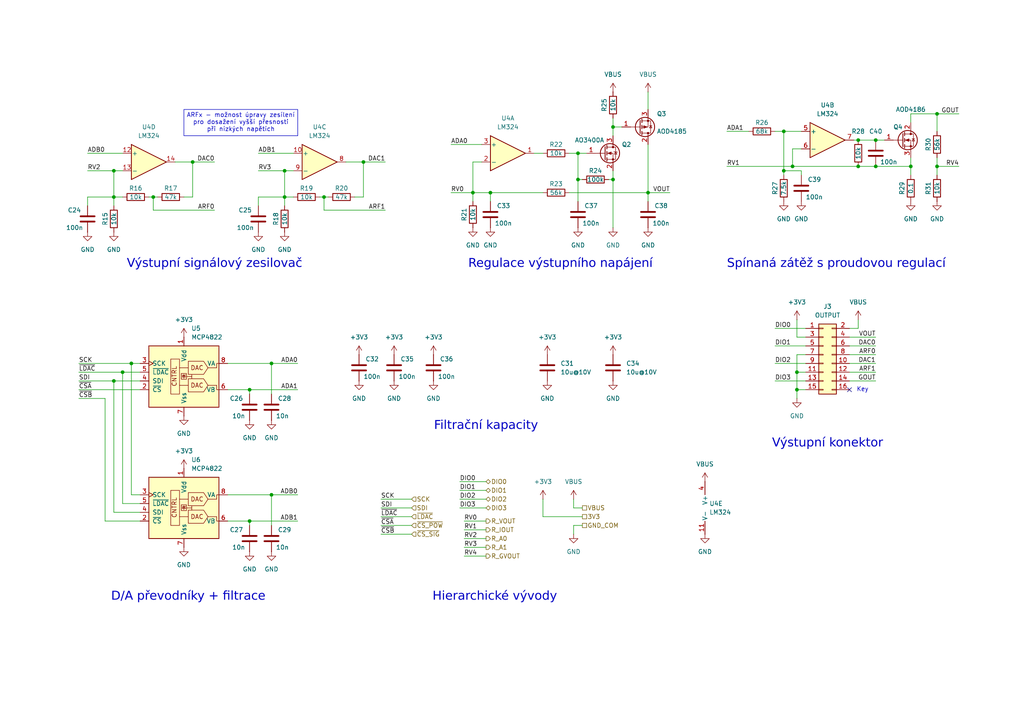
<source format=kicad_sch>
(kicad_sch (version 20250114) (generator "eeschema") (generator_version "9.0")
  (paper "A4")
  (title_block (title "PocKETlab") (date "2025-05-03") (rev "1.0.3") (company "TeaTech & KET FEL ZČU") (comment 1 "Licence: MIT") (comment 2 "Výkonové  a signálové výstupy") (comment 4 "Vyhotovil: Jiří Švihla"))
  (lib_symbols
    (symbol "Amplifier_Operational:LM324" (pin_names (offset 0.127))
      (property "Reference" "U" (at 0 5.08 0))
      (property "Value" "LM324" (at 0 -5.08 0))
      (symbol "LM324_1_1"
        (polyline (pts (xy -5.08 5.08) (xy 5.08 0) (xy -5.08 -5.08) (xy -5.08 5.08)) (stroke (width 0.254)) (fill (type background)))
        (pin input line (at -7.62 2.54 0) (length 2.54) (name "+") (number "3"))
        (pin input line (at -7.62 -2.54 0) (length 2.54) (name "-") (number "2"))
        (pin output line (at 7.62 0 180) (length 2.54) (name "~") (number "1"))
      )
      (symbol "LM324_2_1"
        (polyline (pts (xy -5.08 5.08) (xy 5.08 0) (xy -5.08 -5.08) (xy -5.08 5.08)) (stroke (width 0.254)) (fill (type background)))
        (pin input line (at -7.62 2.54 0) (length 2.54) (name "+") (number "5"))
        (pin input line (at -7.62 -2.54 0) (length 2.54) (name "-") (number "6"))
        (pin output line (at 7.62 0 180) (length 2.54) (name "~") (number "7"))
      )
      (symbol "LM324_3_1"
        (polyline (pts (xy -5.08 5.08) (xy 5.08 0) (xy -5.08 -5.08) (xy -5.08 5.08)) (stroke (width 0.254)) (fill (type background)))
        (pin input line (at -7.62 2.54 0) (length 2.54) (name "+") (number "10"))
        (pin input line (at -7.62 -2.54 0) (length 2.54) (name "-") (number "9"))
        (pin output line (at 7.62 0 180) (length 2.54) (name "~") (number "8"))
      )
      (symbol "LM324_4_1"
        (polyline (pts (xy -5.08 5.08) (xy 5.08 0) (xy -5.08 -5.08) (xy -5.08 5.08)) (stroke (width 0.254)) (fill (type background)))
        (pin input line (at -7.62 2.54 0) (length 2.54) (name "+") (number "12"))
        (pin input line (at -7.62 -2.54 0) (length 2.54) (name "-") (number "13"))
        (pin output line (at 7.62 0 180) (length 2.54) (name "~") (number "14"))
      )
      (symbol "LM324_5_1"
        (pin power_in line (at -2.54 7.62 270) (length 3.81) (name "V+") (number "4"))
        (pin power_in line (at -2.54 -7.62 90) (length 3.81) (name "V-") (number "11"))
      )
    )
    (symbol "Analog_DAC:MCP4822" (pin_names (offset 1.016))
      (property "Reference" "U" (at -2.54 10.795 0))
      (property "Value" "MCP4822" (at -2.54 8.89 0))
      (symbol "MCP4822_0_0"
        (polyline (pts (xy 0 -0.889) (xy 0.508 -1.397) (xy -0.508 -1.397) (xy 0 -0.889)))
        (polyline (pts (xy 0 -1.778) (xy 0 -0.635)))
        (polyline (pts (xy 0.381 -0.889) (xy 0.508 -0.762)))
        (polyline (pts (xy 0.381 -0.889) (xy -0.381 -0.889) (xy -0.508 -1.016)))
        (rectangle (start 0.762 -0.381) (end -0.762 -2.032))
        (polyline (pts (xy 0.762 -1.27) (xy 2.286 -1.27) (xy 2.286 -0.762)))
        (polyline (pts (xy 2.286 -1.143) (xy 2.286 -1.905)))
        (polyline (pts (xy 6.985 1.27) (xy 9.525 1.27) (xy 9.525 2.54) (xy 10.16 2.54)))
        (polyline (pts (xy 6.985 -3.81) (xy 9.525 -3.81) (xy 9.525 -5.08) (xy 10.16 -5.08)))
        (text "CNTRL" (at -2.032 -4.191 900) (effects (font (size 1.27 1.27)) (justify left bottom)))
        (text "DAC" (at 3.81 1.27 0) (effects (font (size 1.27 1.27))))
        (text "DAC" (at 3.81 -3.81 0) (effects (font (size 1.27 1.27))))
      )
      (symbol "MCP4822_0_1"
        (rectangle (start -10.16 7.62) (end 10.16 -10.16) (stroke (width 0.254)) (fill (type background)))
        (rectangle (start -1.27 -6.35) (end -3.81 3.81))
        (polyline (pts (xy 1.27 1.27) (xy -1.27 1.27)))
        (polyline (pts (xy 1.27 -3.81) (xy -1.27 -3.81)))
        (polyline (pts (xy 6.985 1.27) (xy 5.715 3.175) (xy 1.27 3.175) (xy 1.27 -0.635) (xy 5.715 -0.635) (xy 6.985 1.27)))
        (polyline (pts (xy 6.985 -3.81) (xy 5.715 -1.905) (xy 1.27 -1.905) (xy 1.27 -5.715) (xy 5.715 -5.715) (xy 6.985 -3.81)))
      )
      (symbol "MCP4822_1_1"
        (pin input clock (at -12.7 2.54 0) (length 2.54) (name "SCK") (number "3"))
        (pin input line (at -12.7 0 0) (length 2.54) (name "~{LDAC}") (number "5"))
        (pin input line (at -12.7 -2.54 0) (length 2.54) (name "SDI") (number "4"))
        (pin input line (at -12.7 -5.08 0) (length 2.54) (name "~{CS}") (number "2"))
        (pin power_in line (at 0 10.16 270) (length 2.54) (name "Vdd") (number "1"))
        (pin power_in line (at 0 -12.7 90) (length 2.54) (name "Vss") (number "7"))
        (pin output line (at 12.7 2.54 180) (length 2.54) (name "VA") (number "8"))
        (pin output line (at 12.7 -5.08 180) (length 2.54) (name "VB") (number "6"))
      )
    )
    (symbol "Connector_Generic:Conn_02x08_Odd_Even" (pin_names (offset 1.016) (hide yes))
      (property "Reference" "J" (at 1.27 10.16 0))
      (property "Value" "Conn_02x08_Odd_Even" (at 1.27 -12.7 0))
      (symbol "Conn_02x08_Odd_Even_1_1"
        (rectangle (start -1.27 8.89) (end 3.81 -11.43) (stroke (width 0.254)) (fill (type background)))
        (rectangle (start -1.27 7.747) (end 0 7.493) (stroke (width 0.1524)))
        (rectangle (start -1.27 5.207) (end 0 4.953) (stroke (width 0.1524)))
        (rectangle (start -1.27 2.667) (end 0 2.413) (stroke (width 0.1524)))
        (rectangle (start -1.27 0.127) (end 0 -0.127) (stroke (width 0.1524)))
        (rectangle (start -1.27 -2.413) (end 0 -2.667) (stroke (width 0.1524)))
        (rectangle (start -1.27 -4.953) (end 0 -5.207) (stroke (width 0.1524)))
        (rectangle (start -1.27 -7.493) (end 0 -7.747) (stroke (width 0.1524)))
        (rectangle (start -1.27 -10.033) (end 0 -10.287) (stroke (width 0.1524)))
        (rectangle (start 3.81 7.747) (end 2.54 7.493) (stroke (width 0.1524)))
        (rectangle (start 3.81 5.207) (end 2.54 4.953) (stroke (width 0.1524)))
        (rectangle (start 3.81 2.667) (end 2.54 2.413) (stroke (width 0.1524)))
        (rectangle (start 3.81 0.127) (end 2.54 -0.127) (stroke (width 0.1524)))
        (rectangle (start 3.81 -2.413) (end 2.54 -2.667) (stroke (width 0.1524)))
        (rectangle (start 3.81 -4.953) (end 2.54 -5.207) (stroke (width 0.1524)))
        (rectangle (start 3.81 -7.493) (end 2.54 -7.747) (stroke (width 0.1524)))
        (rectangle (start 3.81 -10.033) (end 2.54 -10.287) (stroke (width 0.1524)))
        (pin passive line (at -5.08 7.62 0) (length 3.81) (name "Pin_1") (number "1"))
        (pin passive line (at -5.08 5.08 0) (length 3.81) (name "Pin_3") (number "3"))
        (pin passive line (at -5.08 2.54 0) (length 3.81) (name "Pin_5") (number "5"))
        (pin passive line (at -5.08 0 0) (length 3.81) (name "Pin_7") (number "7"))
        (pin passive line (at -5.08 -2.54 0) (length 3.81) (name "Pin_9") (number "9"))
        (pin passive line (at -5.08 -5.08 0) (length 3.81) (name "Pin_11") (number "11"))
        (pin passive line (at -5.08 -7.62 0) (length 3.81) (name "Pin_13") (number "13"))
        (pin passive line (at -5.08 -10.16 0) (length 3.81) (name "Pin_15") (number "15"))
        (pin passive line (at 7.62 7.62 180) (length 3.81) (name "Pin_2") (number "2"))
        (pin passive line (at 7.62 5.08 180) (length 3.81) (name "Pin_4") (number "4"))
        (pin passive line (at 7.62 2.54 180) (length 3.81) (name "Pin_6") (number "6"))
        (pin passive line (at 7.62 0 180) (length 3.81) (name "Pin_8") (number "8"))
        (pin passive line (at 7.62 -2.54 180) (length 3.81) (name "Pin_10") (number "10"))
        (pin passive line (at 7.62 -5.08 180) (length 3.81) (name "Pin_12") (number "12"))
        (pin passive line (at 7.62 -7.62 180) (length 3.81) (name "Pin_14") (number "14"))
        (pin passive line (at 7.62 -10.16 180) (length 3.81) (name "Pin_16") (number "16"))
      )
    )
    (symbol "Device:C" (pin_numbers (hide yes)) (pin_names (offset 0.254))
      (property "Reference" "C" (at 0.635 2.54 0))
      (property "Value" "C" (at 0.635 -2.54 0))
      (symbol "C_0_1"
        (polyline (pts (xy -2.032 0.762) (xy 2.032 0.762)) (stroke (width 0.508)))
        (polyline (pts (xy -2.032 -0.762) (xy 2.032 -0.762)) (stroke (width 0.508)))
      )
      (symbol "C_1_1"
        (pin passive line (at 0 3.81 270) (length 2.794) (name "~") (number "1"))
        (pin passive line (at 0 -3.81 90) (length 2.794) (name "~") (number "2"))
      )
    )
    (symbol "Device:R" (pin_numbers (hide yes)) (pin_names (offset 0))
      (property "Reference" "R" (at 2.032 0 90))
      (property "Value" "R" (at 0 0 90))
      (symbol "R_0_1"
        (rectangle (start -1.016 -2.54) (end 1.016 2.54) (stroke (width 0.254)))
      )
      (symbol "R_1_1"
        (pin passive line (at 0 3.81 270) (length 1.27) (name "~") (number "1"))
        (pin passive line (at 0 -3.81 90) (length 1.27) (name "~") (number "2"))
      )
    )
    (symbol "Transistor_FET:AO3400A" (pin_names (hide yes))
      (property "Reference" "Q" (at 5.08 1.905 0))
      (property "Value" "AO3400A" (at 5.08 0 0))
      (symbol "AO3400A_0_1"
        (polyline (pts (xy 0.254 1.905) (xy 0.254 -1.905)) (stroke (width 0.254)))
        (polyline (pts (xy 0.254 0) (xy -2.54 0)))
        (polyline (pts (xy 0.762 2.286) (xy 0.762 1.27)) (stroke (width 0.254)))
        (polyline (pts (xy 0.762 0.508) (xy 0.762 -0.508)) (stroke (width 0.254)))
        (polyline (pts (xy 0.762 -1.27) (xy 0.762 -2.286)) (stroke (width 0.254)))
        (polyline (pts (xy 0.762 -1.778) (xy 3.302 -1.778) (xy 3.302 1.778) (xy 0.762 1.778)))
        (polyline (pts (xy 1.016 0) (xy 2.032 0.381) (xy 2.032 -0.381) (xy 1.016 0)) (fill (type outline)))
        (circle (center 1.651 0) (radius 2.794) (stroke (width 0.254)))
        (polyline (pts (xy 2.54 2.54) (xy 2.54 1.778)))
        (circle (center 2.54 1.778) (radius 0.254) (fill (type outline)))
        (circle (center 2.54 -1.778) (radius 0.254) (fill (type outline)))
        (polyline (pts (xy 2.54 -2.54) (xy 2.54 0) (xy 0.762 0)))
        (polyline (pts (xy 2.794 0.508) (xy 2.921 0.381) (xy 3.683 0.381) (xy 3.81 0.254)))
        (polyline (pts (xy 3.302 0.381) (xy 2.921 -0.254) (xy 3.683 -0.254) (xy 3.302 0.381)))
      )
      (symbol "AO3400A_1_1"
        (pin input line (at -5.08 0 0) (length 2.54) (name "G") (number "1"))
        (pin passive line (at 2.54 5.08 270) (length 2.54) (name "D") (number "3"))
        (pin passive line (at 2.54 -5.08 90) (length 2.54) (name "S") (number "2"))
      )
    )
    (symbol "Transistor_FET:Q_NMOS_GDS" (pin_names (offset 0) (hide yes))
      (property "Reference" "Q" (at 5.08 1.905 0))
      (property "Value" "Q_NMOS_GDS" (at 5.08 0 0))
      (symbol "Q_NMOS_GDS_0_1"
        (polyline (pts (xy 0.254 1.905) (xy 0.254 -1.905)) (stroke (width 0.254)))
        (polyline (pts (xy 0.254 0) (xy -2.54 0)))
        (polyline (pts (xy 0.762 2.286) (xy 0.762 1.27)) (stroke (width 0.254)))
        (polyline (pts (xy 0.762 0.508) (xy 0.762 -0.508)) (stroke (width 0.254)))
        (polyline (pts (xy 0.762 -1.27) (xy 0.762 -2.286)) (stroke (width 0.254)))
        (polyline (pts (xy 0.762 -1.778) (xy 3.302 -1.778) (xy 3.302 1.778) (xy 0.762 1.778)))
        (polyline (pts (xy 1.016 0) (xy 2.032 0.381) (xy 2.032 -0.381) (xy 1.016 0)) (fill (type outline)))
        (circle (center 1.651 0) (radius 2.794) (stroke (width 0.254)))
        (polyline (pts (xy 2.54 2.54) (xy 2.54 1.778)))
        (circle (center 2.54 1.778) (radius 0.254) (fill (type outline)))
        (circle (center 2.54 -1.778) (radius 0.254) (fill (type outline)))
        (polyline (pts (xy 2.54 -2.54) (xy 2.54 0) (xy 0.762 0)))
        (polyline (pts (xy 2.921 0.381) (xy 3.683 0.381)))
        (polyline (pts (xy 3.302 0.381) (xy 2.921 -0.254) (xy 3.683 -0.254) (xy 3.302 0.381)))
      )
      (symbol "Q_NMOS_GDS_1_1"
        (pin input line (at -5.08 0 0) (length 2.54) (name "G") (number "1"))
        (pin passive line (at 2.54 5.08 270) (length 2.54) (name "D") (number "2"))
        (pin passive line (at 2.54 -5.08 90) (length 2.54) (name "S") (number "3"))
      )
    )
    (symbol "Transistor_FET:Q_PMOS_GDS" (pin_names (offset 0) (hide yes))
      (property "Reference" "Q" (at 5.08 1.905 0))
      (property "Value" "Q_PMOS_GDS" (at 5.08 0 0))
      (symbol "Q_PMOS_GDS_0_1"
        (polyline (pts (xy 0.254 1.905) (xy 0.254 -1.905)) (stroke (width 0.254)))
        (polyline (pts (xy 0.254 0) (xy -2.54 0)))
        (polyline (pts (xy 0.762 2.286) (xy 0.762 1.27)) (stroke (width 0.254)))
        (polyline (pts (xy 0.762 1.778) (xy 3.302 1.778) (xy 3.302 -1.778) (xy 0.762 -1.778)))
        (polyline (pts (xy 0.762 0.508) (xy 0.762 -0.508)) (stroke (width 0.254)))
        (polyline (pts (xy 0.762 -1.27) (xy 0.762 -2.286)) (stroke (width 0.254)))
        (circle (center 1.651 0) (radius 2.794) (stroke (width 0.254)))
        (polyline (pts (xy 2.286 0) (xy 1.27 0.381) (xy 1.27 -0.381) (xy 2.286 0)) (fill (type outline)))
        (polyline (pts (xy 2.54 2.54) (xy 2.54 1.778)))
        (circle (center 2.54 1.778) (radius 0.254) (fill (type outline)))
        (circle (center 2.54 -1.778) (radius 0.254) (fill (type outline)))
        (polyline (pts (xy 2.54 -2.54) (xy 2.54 0) (xy 0.762 0)))
        (polyline (pts (xy 2.921 -0.381) (xy 3.683 -0.381)))
        (polyline (pts (xy 3.302 -0.381) (xy 2.921 0.254) (xy 3.683 0.254) (xy 3.302 -0.381)))
      )
      (symbol "Q_PMOS_GDS_1_1"
        (pin input line (at -5.08 0 0) (length 2.54) (name "G") (number "1"))
        (pin passive line (at 2.54 5.08 270) (length 2.54) (name "D") (number "2"))
        (pin passive line (at 2.54 -5.08 90) (length 2.54) (name "S") (number "3"))
      )
    )
    (symbol "power:+3V3" (power) (pin_numbers (hide yes)) (pin_names (offset 0) (hide yes))
      (property "Value" "+3V3" (at 0 3.556 0))
      (symbol "+3V3_0_1"
        (polyline (pts (xy -0.762 1.27) (xy 0 2.54)))
        (polyline (pts (xy 0 2.54) (xy 0.762 1.27)))
        (polyline (pts (xy 0 0) (xy 0 2.54)))
      )
      (symbol "+3V3_1_1"
        (pin power_in line (at 0 0 90) (length 0) (name "~") (number "1"))
      )
    )
    (symbol "power:GND" (power) (pin_numbers (hide yes)) (pin_names (offset 0) (hide yes))
      (property "Value" "GND" (at 0 -3.81 0))
      (symbol "GND_0_1"
        (polyline (pts (xy 0 0) (xy 0 -1.27) (xy 1.27 -1.27) (xy 0 -2.54) (xy -1.27 -1.27) (xy 0 -1.27)))
      )
      (symbol "GND_1_1"
        (pin power_in line (at 0 0 270) (length 0) (name "~") (number "1"))
      )
    )
    (symbol "power:VBUS" (power) (pin_numbers (hide yes)) (pin_names (offset 0) (hide yes))
      (property "Value" "VBUS" (at 0 3.556 0))
      (symbol "VBUS_0_1"
        (polyline (pts (xy -0.762 1.27) (xy 0 2.54)))
        (polyline (pts (xy 0 2.54) (xy 0.762 1.27)))
        (polyline (pts (xy 0 0) (xy 0 2.54)))
      )
      (symbol "VBUS_1_1"
        (pin power_in line (at 0 0 90) (length 0) (name "~") (number "1"))
      )
    )
  )
  (rectangle (start 53.34 31.75) (end 86.36 39.37))
  (text "Regulace výstupního napájení" (at 162.56 78.74 0) (effects (font (size 2.54 2.54)) (justify bottom)))
  (text "Hierarchické vývody" (at 143.51 175.26 0) (effects (font (size 2.54 2.54)) (justify bottom)))
  (text "Výstupní signálový zesilovač" (at 62.23 78.74 0) (effects (font (size 2.54 2.54)) (justify bottom)))
  (text "D/A převodníky + filtrace" (at 54.61 175.26 0) (effects (font (size 2.54 2.54)) (justify bottom)))
  (text "Spínaná zátěž s proudovou regulací" (at 242.57 78.74 0) (effects (font (size 2.54 2.54)) (justify bottom)))
  (text "ARFx - možnost úpravy zesílení\npro dosažení vyšší přesnosti\npři nízkých napětích" (at 69.85 35.56 0) (effects (font (size 1.27 1.27))))
  (text "Key" (at 250.19 113.03 0) (effects (font (size 1.27 1.27))))
  (text "Filtrační kapacity" (at 140.97 125.73 0) (effects (font (size 2.54 2.54)) (justify bottom)))
  (text "Výstupní konektor" (at 240.03 130.81 0) (effects (font (size 2.54 2.54)) (justify bottom)))
  (junction (at 229.87 48.26))
  (junction (at 177.8 52.07))
  (junction (at 33.02 110.49))
  (junction (at 55.88 46.99))
  (junction (at 271.78 48.26))
  (junction (at 44.45 57.15))
  (junction (at 254 48.26))
  (junction (at 82.55 57.15))
  (junction (at 38.1 105.41))
  (junction (at 227.33 38.1))
  (junction (at 33.02 57.15))
  (junction (at 72.39 113.03))
  (junction (at 231.14 113.03))
  (junction (at 72.39 151.13))
  (junction (at 271.78 33.02))
  (junction (at 264.16 48.26))
  (junction (at 248.92 40.64))
  (junction (at 33.02 49.53))
  (junction (at 82.55 49.53))
  (junction (at 142.24 55.88))
  (junction (at 93.98 57.15))
  (junction (at 167.64 44.45))
  (junction (at 35.56 107.95))
  (junction (at 227.33 49.53))
  (junction (at 248.92 48.26))
  (junction (at 231.14 107.95))
  (junction (at 187.96 55.88))
  (junction (at 177.8 36.83))
  (junction (at 105.41 46.99))
  (junction (at 167.64 52.07))
  (junction (at 137.16 55.88))
  (junction (at 254 40.64))
  (junction (at 78.74 143.51))
  (junction (at 78.74 105.41))
  (no_connect (at 246.38 113.03))
  (wire (pts (xy 134.62 158.75) (xy 140.97 158.75)))
  (wire (pts (xy 187.96 55.88) (xy 187.96 41.91)))
  (wire (pts (xy 22.86 105.41) (xy 38.1 105.41)))
  (wire (pts (xy 66.04 105.41) (xy 78.74 105.41)))
  (wire (pts (xy 264.16 45.72) (xy 264.16 48.26)))
  (wire (pts (xy 30.48 151.13) (xy 40.64 151.13)))
  (wire (pts (xy 264.16 48.26) (xy 264.16 50.8)))
  (wire (pts (xy 246.38 105.41) (xy 254 105.41)))
  (wire (pts (xy 264.16 33.02) (xy 264.16 35.56)))
  (wire (pts (xy 187.96 55.88) (xy 187.96 58.42)))
  (wire (pts (xy 22.86 110.49) (xy 33.02 110.49)))
  (wire (pts (xy 35.56 107.95) (xy 35.56 146.05)))
  (wire (pts (xy 167.64 52.07) (xy 167.64 58.42)))
  (wire (pts (xy 78.74 105.41) (xy 78.74 114.3)))
  (wire (pts (xy 38.1 143.51) (xy 40.64 143.51)))
  (wire (pts (xy 231.14 102.87) (xy 231.14 107.95)))
  (wire (pts (xy 55.88 46.99) (xy 62.23 46.99)))
  (wire (pts (xy 166.37 154.94) (xy 166.37 152.4)))
  (wire (pts (xy 227.33 38.1) (xy 232.41 38.1)))
  (wire (pts (xy 66.04 113.03) (xy 72.39 113.03)))
  (wire (pts (xy 254 40.64) (xy 256.54 40.64)))
  (wire (pts (xy 25.4 57.15) (xy 33.02 57.15)))
  (wire (pts (xy 33.02 148.59) (xy 40.64 148.59)))
  (wire (pts (xy 227.33 38.1) (xy 227.33 49.53)))
  (wire (pts (xy 35.56 146.05) (xy 40.64 146.05)))
  (wire (pts (xy 271.78 45.72) (xy 271.78 48.26)))
  (wire (pts (xy 74.93 49.53) (xy 82.55 49.53)))
  (wire (pts (xy 177.8 36.83) (xy 180.34 36.83)))
  (wire (pts (xy 232.41 50.8) (xy 232.41 49.53)))
  (wire (pts (xy 137.16 55.88) (xy 142.24 55.88)))
  (wire (pts (xy 254 48.26) (xy 248.92 48.26)))
  (wire (pts (xy 167.64 44.45) (xy 170.18 44.45)))
  (wire (pts (xy 227.33 49.53) (xy 227.33 50.8)))
  (wire (pts (xy 246.38 107.95) (xy 254 107.95)))
  (wire (pts (xy 165.1 44.45) (xy 167.64 44.45)))
  (wire (pts (xy 33.02 49.53) (xy 33.02 57.15)))
  (wire (pts (xy 30.48 115.57) (xy 30.48 151.13)))
  (wire (pts (xy 231.14 107.95) (xy 231.14 113.03)))
  (wire (pts (xy 231.14 97.79) (xy 233.68 97.79)))
  (wire (pts (xy 82.55 49.53) (xy 82.55 57.15)))
  (wire (pts (xy 229.87 43.18) (xy 232.41 43.18)))
  (wire (pts (xy 229.87 48.26) (xy 229.87 43.18)))
  (wire (pts (xy 142.24 55.88) (xy 157.48 55.88)))
  (wire (pts (xy 72.39 113.03) (xy 86.36 113.03)))
  (wire (pts (xy 224.79 38.1) (xy 227.33 38.1)))
  (wire (pts (xy 167.64 52.07) (xy 168.91 52.07)))
  (wire (pts (xy 177.8 52.07) (xy 177.8 49.53)))
  (wire (pts (xy 92.71 57.15) (xy 93.98 57.15)))
  (wire (pts (xy 187.96 55.88) (xy 194.31 55.88)))
  (wire (pts (xy 66.04 143.51) (xy 78.74 143.51)))
  (wire (pts (xy 177.8 52.07) (xy 177.8 66.04)))
  (wire (pts (xy 271.78 48.26) (xy 271.78 50.8)))
  (wire (pts (xy 271.78 48.26) (xy 278.13 48.26)))
  (wire (pts (xy 105.41 46.99) (xy 105.41 57.15)))
  (wire (pts (xy 22.86 107.95) (xy 35.56 107.95)))
  (wire (pts (xy 25.4 59.69) (xy 25.4 57.15)))
  (wire (pts (xy 232.41 49.53) (xy 227.33 49.53)))
  (wire (pts (xy 246.38 100.33) (xy 254 100.33)))
  (wire (pts (xy 134.62 153.67) (xy 140.97 153.67)))
  (wire (pts (xy 246.38 97.79) (xy 254 97.79)))
  (wire (pts (xy 33.02 57.15) (xy 35.56 57.15)))
  (wire (pts (xy 133.35 147.32) (xy 140.97 147.32)))
  (wire (pts (xy 134.62 151.13) (xy 140.97 151.13)))
  (wire (pts (xy 74.93 44.45) (xy 85.09 44.45)))
  (wire (pts (xy 74.93 59.69) (xy 74.93 57.15)))
  (wire (pts (xy 271.78 33.02) (xy 264.16 33.02)))
  (wire (pts (xy 85.09 49.53) (xy 82.55 49.53)))
  (wire (pts (xy 137.16 55.88) (xy 137.16 46.99)))
  (wire (pts (xy 33.02 110.49) (xy 33.02 148.59)))
  (wire (pts (xy 231.14 107.95) (xy 233.68 107.95)))
  (wire (pts (xy 38.1 105.41) (xy 38.1 143.51)))
  (wire (pts (xy 35.56 49.53) (xy 33.02 49.53)))
  (wire (pts (xy 78.74 143.51) (xy 86.36 143.51)))
  (wire (pts (xy 137.16 46.99) (xy 139.7 46.99)))
  (wire (pts (xy 248.92 95.25) (xy 248.92 92.71)))
  (wire (pts (xy 105.41 57.15) (xy 102.87 57.15)))
  (wire (pts (xy 43.18 57.15) (xy 44.45 57.15)))
  (wire (pts (xy 278.13 33.02) (xy 271.78 33.02)))
  (wire (pts (xy 25.4 44.45) (xy 35.56 44.45)))
  (wire (pts (xy 231.14 113.03) (xy 231.14 115.57)))
  (wire (pts (xy 40.64 105.41) (xy 38.1 105.41)))
  (wire (pts (xy 82.55 59.69) (xy 82.55 57.15)))
  (wire (pts (xy 93.98 60.96) (xy 93.98 57.15)))
  (wire (pts (xy 177.8 34.29) (xy 177.8 36.83)))
  (wire (pts (xy 248.92 40.64) (xy 254 40.64)))
  (wire (pts (xy 246.38 102.87) (xy 254 102.87)))
  (wire (pts (xy 246.38 110.49) (xy 254 110.49)))
  (wire (pts (xy 210.82 48.26) (xy 229.87 48.26)))
  (wire (pts (xy 157.48 144.78) (xy 157.48 149.86)))
  (wire (pts (xy 264.16 48.26) (xy 254 48.26)))
  (wire (pts (xy 22.86 113.03) (xy 40.64 113.03)))
  (wire (pts (xy 93.98 57.15) (xy 95.25 57.15)))
  (wire (pts (xy 22.86 115.57) (xy 30.48 115.57)))
  (wire (pts (xy 248.92 48.26) (xy 229.87 48.26)))
  (wire (pts (xy 55.88 57.15) (xy 53.34 57.15)))
  (wire (pts (xy 130.81 55.88) (xy 137.16 55.88)))
  (wire (pts (xy 176.53 52.07) (xy 177.8 52.07)))
  (wire (pts (xy 271.78 33.02) (xy 271.78 38.1)))
  (wire (pts (xy 110.49 152.4) (xy 119.38 152.4)))
  (wire (pts (xy 187.96 26.67) (xy 187.96 31.75)))
  (wire (pts (xy 233.68 102.87) (xy 231.14 102.87)))
  (wire (pts (xy 110.49 149.86) (xy 119.38 149.86)))
  (wire (pts (xy 110.49 154.94) (xy 119.38 154.94)))
  (wire (pts (xy 40.64 110.49) (xy 33.02 110.49)))
  (wire (pts (xy 210.82 38.1) (xy 217.17 38.1)))
  (wire (pts (xy 78.74 105.41) (xy 86.36 105.41)))
  (wire (pts (xy 246.38 95.25) (xy 248.92 95.25)))
  (wire (pts (xy 133.35 144.78) (xy 140.97 144.78)))
  (wire (pts (xy 166.37 144.78) (xy 166.37 147.32)))
  (wire (pts (xy 154.94 44.45) (xy 157.48 44.45)))
  (wire (pts (xy 55.88 46.99) (xy 55.88 57.15)))
  (wire (pts (xy 166.37 152.4) (xy 168.91 152.4)))
  (wire (pts (xy 72.39 151.13) (xy 86.36 151.13)))
  (wire (pts (xy 165.1 55.88) (xy 187.96 55.88)))
  (wire (pts (xy 157.48 149.86) (xy 168.91 149.86)))
  (wire (pts (xy 224.79 95.25) (xy 233.68 95.25)))
  (wire (pts (xy 110.49 144.78) (xy 119.38 144.78)))
  (wire (pts (xy 50.8 46.99) (xy 55.88 46.99)))
  (wire (pts (xy 137.16 58.42) (xy 137.16 55.88)))
  (wire (pts (xy 40.64 107.95) (xy 35.56 107.95)))
  (wire (pts (xy 231.14 113.03) (xy 233.68 113.03)))
  (wire (pts (xy 247.65 40.64) (xy 248.92 40.64)))
  (wire (pts (xy 133.35 142.24) (xy 140.97 142.24)))
  (wire (pts (xy 142.24 55.88) (xy 142.24 58.42)))
  (wire (pts (xy 105.41 46.99) (xy 111.76 46.99)))
  (wire (pts (xy 224.79 110.49) (xy 233.68 110.49)))
  (wire (pts (xy 134.62 161.29) (xy 140.97 161.29)))
  (wire (pts (xy 62.23 60.96) (xy 44.45 60.96)))
  (wire (pts (xy 167.64 44.45) (xy 167.64 52.07)))
  (wire (pts (xy 224.79 105.41) (xy 233.68 105.41)))
  (wire (pts (xy 231.14 92.71) (xy 231.14 97.79)))
  (wire (pts (xy 44.45 60.96) (xy 44.45 57.15)))
  (wire (pts (xy 111.76 60.96) (xy 93.98 60.96)))
  (wire (pts (xy 133.35 139.7) (xy 140.97 139.7)))
  (wire (pts (xy 134.62 156.21) (xy 140.97 156.21)))
  (wire (pts (xy 82.55 57.15) (xy 85.09 57.15)))
  (wire (pts (xy 72.39 151.13) (xy 72.39 152.4)))
  (wire (pts (xy 44.45 57.15) (xy 45.72 57.15)))
  (wire (pts (xy 177.8 36.83) (xy 177.8 39.37)))
  (wire (pts (xy 224.79 100.33) (xy 233.68 100.33)))
  (wire (pts (xy 25.4 49.53) (xy 33.02 49.53)))
  (wire (pts (xy 66.04 151.13) (xy 72.39 151.13)))
  (wire (pts (xy 72.39 113.03) (xy 72.39 114.3)))
  (wire (pts (xy 166.37 147.32) (xy 168.91 147.32)))
  (wire (pts (xy 130.81 41.91) (xy 139.7 41.91)))
  (wire (pts (xy 78.74 143.51) (xy 78.74 152.4)))
  (wire (pts (xy 33.02 59.69) (xy 33.02 57.15)))
  (wire (pts (xy 100.33 46.99) (xy 105.41 46.99)))
  (wire (pts (xy 74.93 57.15) (xy 82.55 57.15)))
  (wire (pts (xy 110.49 147.32) (xy 119.38 147.32)))
  (label "ADA1" (at 86.36 113.03 180))
  (label "RV3" (at 134.62 158.75 0))
  (label "~{CSB}" (at 22.86 115.57 0))
  (label "RV3" (at 74.93 49.53 0))
  (label "DIO0" (at 133.35 139.7 0))
  (label "~{LDAC}" (at 110.49 149.86 0))
  (label "DAC1" (at 111.76 46.99 180))
  (label "DAC0" (at 62.23 46.99 180))
  (label "ARF1" (at 254 107.95 180))
  (label "~{LDAC}" (at 22.86 107.95 0))
  (label "~{CSA}" (at 110.49 152.4 0))
  (label "VOUT" (at 254 97.79 180))
  (label "SCK" (at 22.86 105.41 0))
  (label "GOUT" (at 254 110.49 180))
  (label "~{CSA}" (at 22.86 113.03 0))
  (label "DAC1" (at 254 105.41 180))
  (label "ADA1" (at 210.82 38.1 0))
  (label "ADB1" (at 86.36 151.13 180))
  (label "SDI" (at 22.86 110.49 0))
  (label "RV4" (at 134.62 161.29 0))
  (label "RV2" (at 134.62 156.21 0))
  (label "DAC0" (at 254 100.33 180))
  (label "DIO3" (at 133.35 147.32 0))
  (label "RV4" (at 278.13 48.26 180))
  (label "DIO1" (at 133.35 142.24 0))
  (label "DIO3" (at 224.79 110.49 0))
  (label "RV0" (at 130.81 55.88 0))
  (label "SDI" (at 110.49 147.32 0))
  (label "RV1" (at 134.62 153.67 0))
  (label "ADB0" (at 25.4 44.45 0))
  (label "RV2" (at 25.4 49.53 0))
  (label "DIO2" (at 133.35 144.78 0))
  (label "RV0" (at 134.62 151.13 0))
  (label "DIO2" (at 224.79 105.41 0))
  (label "ADA0" (at 130.81 41.91 0))
  (label "ARF0" (at 254 102.87 180))
  (label "RV1" (at 210.82 48.26 0))
  (label "VOUT" (at 194.31 55.88 180))
  (label "DIO0" (at 224.79 95.25 0))
  (label "DIO1" (at 224.79 100.33 0))
  (label "ADB0" (at 86.36 143.51 180))
  (label "ARF1" (at 111.76 60.96 180))
  (label "ARF0" (at 62.23 60.96 180))
  (label "~{CSB}" (at 110.49 154.94 0))
  (label "GOUT" (at 278.13 33.02 180))
  (label "SCK" (at 110.49 144.78 0))
  (label "ADA0" (at 86.36 105.41 180))
  (label "ADB1" (at 74.93 44.45 0))
  (hierarchical_label "SDI" (shape input) (at 119.38 147.32 0))
  (hierarchical_label "R_GVOUT" (shape output) (at 140.97 161.29 0))
  (hierarchical_label "DIO2" (shape bidirectional) (at 140.97 144.78 0))
  (hierarchical_label "R_IOUT" (shape output) (at 140.97 153.67 0))
  (hierarchical_label "R_VOUT" (shape output) (at 140.97 151.13 0))
  (hierarchical_label "~{CS_SIG}" (shape input) (at 119.38 154.94 0))
  (hierarchical_label "~{LDAC}" (shape input) (at 119.38 149.86 0))
  (hierarchical_label "VBUS" (shape passive) (at 168.91 147.32 0))
  (hierarchical_label "3V3" (shape passive) (at 168.91 149.86 0))
  (hierarchical_label "DIO3" (shape bidirectional) (at 140.97 147.32 0))
  (hierarchical_label "R_A0" (shape output) (at 140.97 156.21 0))
  (hierarchical_label "DIO1" (shape bidirectional) (at 140.97 142.24 0))
  (hierarchical_label "R_A1" (shape output) (at 140.97 158.75 0))
  (hierarchical_label "GND_COM" (shape passive) (at 168.91 152.4 0))
  (hierarchical_label "DIO0" (shape bidirectional) (at 140.97 139.7 0))
  (hierarchical_label "SCK" (shape input) (at 119.38 144.78 0))
  (hierarchical_label "~{CS_POW}" (shape input) (at 119.38 152.4 0))
  (symbol (lib_id "Transistor_FET:AO3400A") (at 175.26 44.45 0) (unit 1)
    (property "Reference" "Q2" (at 180.34 41.91 0) (effects (justify left)))
    (property "Value" "AO3400A" (at 175.26 40.64 0) (effects (justify right)))
    (property "Footprint" "Package_TO_SOT_SMD:SOT-23" (effects (hide yes)))
    (property "Datasheet" "http://www.aosmd.com/pdfs/datasheet/AO3400A.pdf" (effects (hide yes)))
    (property "Description" "30V Vds, 5.7A Id, N-Channel MOSFET, SOT-23" (effects (hide yes)))
    (property "LCSC Part" "C20917" (effects (hide yes)))
  )
  (symbol (lib_id "Amplifier_Operational:LM324") (at 92.71 46.99 0) (unit 3)
    (property "Reference" "U4" (at 92.71 36.83 0))
    (property "Value" "LM324" (at 92.71 39.37 0))
    (property "Footprint" "Package_SO:SOIC-14_3.9x8.7mm_P1.27mm" (effects (hide yes)))
    (property "Datasheet" "http://www.ti.com/lit/ds/symlink/lm2902-n.pdf" (effects (hide yes)))
    (property "Description" "Low-Power, Quad-Operational Amplifiers, DIP-14/SOIC-14/SSOP-14" (effects (hide yes)))
    (property "LCSC Part" "C7943" (effects (hide yes)))
  )
  (symbol (lib_id "Device:R") (at 137.16 62.23 180) (unit 1)
    (property "Reference" "R21" (at 134.62 62.23 90))
    (property "Value" "10k" (at 137.16 62.23 90))
    (property "Footprint" "Resistor_SMD:R_0603_1608Metric" (effects (hide yes)))
    (property "Description" "Resistor" (effects (hide yes)))
    (property "LCSC Part" "C25804" (effects (hide yes)))
  )
  (symbol (lib_id "Device:R") (at 271.78 54.61 180) (unit 1)
    (property "Reference" "R31" (at 269.24 54.61 90))
    (property "Value" "10k" (at 271.78 54.61 90))
    (property "Footprint" "Resistor_SMD:R_0603_1608Metric" (effects (hide yes)))
    (property "Description" "Resistor" (effects (hide yes)))
    (property "LCSC Part" "C25804" (effects (hide yes)))
  )
  (symbol (lib_id "Device:R") (at 220.98 38.1 90) (unit 1)
    (property "Reference" "R26" (at 220.98 35.56 90))
    (property "Value" "68k" (at 220.98 38.1 90))
    (property "Footprint" "Resistor_SMD:R_0603_1608Metric" (effects (hide yes)))
    (property "Description" "Resistor" (effects (hide yes)))
    (property "LCSC Part" "C23231" (effects (hide yes)))
  )
  (symbol (lib_id "Device:C") (at 104.14 106.68 0) (unit 1)
    (property "Reference" "C32" (at 107.95 104.14 0))
    (property "Value" "100n" (at 105.41 109.22 0) (effects (justify left)))
    (property "Footprint" "Capacitor_SMD:C_0603_1608Metric" (effects (hide yes)))
    (property "Description" "Unpolarized capacitor" (effects (hide yes)))
    (property "LCSC Part" "C14663" (effects (hide yes)))
  )
  (symbol (lib_id "power:GND") (at 125.73 110.49 0) (unit 1)
    (property "Reference" "#PWR0103" (effects (hide yes)))
    (property "Value" "GND" (at 125.73 115.57 0))
    (property "Description" "Power symbol creates a global label with name \"GND\" , ground" (effects (hide yes)))
  )
  (symbol (lib_id "Device:R") (at 82.55 63.5 180) (unit 1)
    (property "Reference" "R18" (at 80.01 63.5 90))
    (property "Value" "10k" (at 82.55 63.5 90))
    (property "Footprint" "Resistor_SMD:R_0603_1608Metric" (effects (hide yes)))
    (property "Description" "Resistor" (effects (hide yes)))
    (property "LCSC Part" "C25804" (effects (hide yes)))
  )
  (symbol (lib_id "power:GND") (at 177.8 110.49 0) (unit 1)
    (property "Reference" "#PWR099" (effects (hide yes)))
    (property "Value" "GND" (at 177.8 115.57 0))
    (property "Description" "Power symbol creates a global label with name \"GND\" , ground" (effects (hide yes)))
  )
  (symbol (lib_id "Device:C") (at 74.93 63.5 0) (unit 1)
    (property "Reference" "C25" (at 71.12 60.96 0))
    (property "Value" "100n" (at 73.66 66.04 0) (effects (justify right)))
    (property "Footprint" "Capacitor_SMD:C_0603_1608Metric" (effects (hide yes)))
    (property "Description" "Unpolarized capacitor" (effects (hide yes)))
    (property "LCSC Part" "C14663" (effects (hide yes)))
  )
  (symbol (lib_id "power:GND") (at 33.02 67.31 0) (unit 1)
    (property "Reference" "#PWR077" (effects (hide yes)))
    (property "Value" "GND" (at 33.02 72.39 0))
    (property "Description" "Power symbol creates a global label with name \"GND\" , ground" (effects (hide yes)))
  )
  (symbol (lib_id "Amplifier_Operational:LM324") (at 240.03 40.64 0) (unit 2)
    (property "Reference" "U4" (at 240.03 30.48 0))
    (property "Value" "LM324" (at 240.03 33.02 0))
    (property "Footprint" "Package_SO:SOIC-14_3.9x8.7mm_P1.27mm" (effects (hide yes)))
    (property "Datasheet" "http://www.ti.com/lit/ds/symlink/lm2902-n.pdf" (effects (hide yes)))
    (property "Description" "Low-Power, Quad-Operational Amplifiers, DIP-14/SOIC-14/SSOP-14" (effects (hide yes)))
    (property "LCSC Part" "C7943" (effects (hide yes)))
  )
  (symbol (lib_id "power:GND") (at 72.39 160.02 0) (unit 1)
    (property "Reference" "#PWR084" (effects (hide yes)))
    (property "Value" "GND" (at 72.39 165.1 0))
    (property "Description" "Power symbol creates a global label with name \"GND\" , ground" (effects (hide yes)))
  )
  (symbol (lib_id "Device:R") (at 49.53 57.15 90) (unit 1)
    (property "Reference" "R17" (at 49.53 54.61 90))
    (property "Value" "47k" (at 49.53 57.15 90))
    (property "Footprint" "Resistor_SMD:R_0603_1608Metric" (effects (hide yes)))
    (property "Description" "Resistor" (effects (hide yes)))
    (property "LCSC Part" "C25819" (effects (hide yes)))
  )
  (symbol (lib_id "power:VBUS") (at 204.47 139.7 0) (unit 1)
    (property "Reference" "#PWR090" (effects (hide yes)))
    (property "Value" "VBUS" (at 204.47 134.62 0))
    (property "Description" "Power symbol creates a global label with name \"VBUS\"" (effects (hide yes)))
  )
  (symbol (lib_id "Device:R") (at 161.29 55.88 90) (unit 1)
    (property "Reference" "R23" (at 161.29 53.34 90))
    (property "Value" "56k" (at 161.29 55.88 90))
    (property "Footprint" "Resistor_SMD:R_0603_1608Metric" (effects (hide yes)))
    (property "Description" "Resistor" (effects (hide yes)))
    (property "LCSC Part" "C23206" (effects (hide yes)))
  )
  (symbol (lib_id "power:+3V3") (at 53.34 135.89 0) (unit 1)
    (property "Reference" "#PWR080" (effects (hide yes)))
    (property "Value" "+3V3" (at 53.34 130.81 0))
    (property "Description" "Power symbol creates a global label with name \"+3V3\"" (effects (hide yes)))
  )
  (symbol (lib_id "Device:C") (at 25.4 63.5 0) (unit 1)
    (property "Reference" "C24" (at 21.59 60.96 0))
    (property "Value" "100n" (at 24.13 66.04 0) (effects (justify right)))
    (property "Footprint" "Capacitor_SMD:C_0603_1608Metric" (effects (hide yes)))
    (property "Description" "Unpolarized capacitor" (effects (hide yes)))
    (property "LCSC Part" "C14663" (effects (hide yes)))
  )
  (symbol (lib_id "Device:R") (at 172.72 52.07 90) (unit 1)
    (property "Reference" "R24" (at 172.72 49.53 90))
    (property "Value" "100k" (at 172.72 52.07 90))
    (property "Footprint" "Resistor_SMD:R_0603_1608Metric" (effects (hide yes)))
    (property "Description" "Resistor" (effects (hide yes)))
    (property "LCSC Part" "C15458 " (effects (hide yes)))
  )
  (symbol (lib_id "power:GND") (at 25.4 67.31 0) (unit 1)
    (property "Reference" "#PWR076" (effects (hide yes)))
    (property "Value" "GND" (at 25.4 72.39 0))
    (property "Description" "Power symbol creates a global label with name \"GND\" , ground" (effects (hide yes)))
  )
  (symbol (lib_id "Device:R") (at 39.37 57.15 90) (unit 1)
    (property "Reference" "R16" (at 39.37 54.61 90))
    (property "Value" "10k" (at 39.37 57.15 90))
    (property "Footprint" "Resistor_SMD:R_0603_1608Metric" (effects (hide yes)))
    (property "Description" "Resistor" (effects (hide yes)))
    (property "LCSC Part" "C25804" (effects (hide yes)))
  )
  (symbol (lib_id "Transistor_FET:Q_PMOS_GDS") (at 185.42 36.83 0) (mirror x) (unit 1)
    (property "Reference" "Q3" (at 190.5 33.02 0) (effects (justify left)))
    (property "Value" "AOD4185" (at 190.5 38.1 0) (effects (justify left)))
    (property "Footprint" "Package_TO_SOT_SMD:TO-252-2" (effects (hide yes)))
    (property "Description" "P-MOSFET transistor, gate/drain/source" (effects (hide yes)))
    (property "LCSC Part" "C77993" (effects (hide yes)))
  )
  (symbol (lib_id "Device:C") (at 114.3 106.68 0) (unit 1)
    (property "Reference" "C35" (at 118.11 104.14 0))
    (property "Value" "100n" (at 115.57 109.22 0) (effects (justify left)))
    (property "Footprint" "Capacitor_SMD:C_0603_1608Metric" (effects (hide yes)))
    (property "Description" "Unpolarized capacitor" (effects (hide yes)))
    (property "LCSC Part" "C14663" (effects (hide yes)))
  )
  (symbol (lib_id "Amplifier_Operational:LM324") (at 207.01 147.32 0) (unit 5)
    (property "Reference" "U4" (at 205.74 146.0499 0) (effects (justify left)))
    (property "Value" "LM324" (at 205.74 148.5899 0) (effects (justify left)))
    (property "Footprint" "Package_SO:SOIC-14_3.9x8.7mm_P1.27mm" (effects (hide yes)))
    (property "Datasheet" "http://www.ti.com/lit/ds/symlink/lm2902-n.pdf" (effects (hide yes)))
    (property "Description" "Low-Power, Quad-Operational Amplifiers, DIP-14/SOIC-14/SSOP-14" (effects (hide yes)))
    (property "LCSC Part" "C7943" (effects (hide yes)))
  )
  (symbol (lib_id "Amplifier_Operational:LM324") (at 43.18 46.99 0) (unit 4)
    (property "Reference" "U4" (at 43.18 36.83 0))
    (property "Value" "LM324" (at 43.18 39.37 0))
    (property "Footprint" "Package_SO:SOIC-14_3.9x8.7mm_P1.27mm" (effects (hide yes)))
    (property "Datasheet" "http://www.ti.com/lit/ds/symlink/lm2902-n.pdf" (effects (hide yes)))
    (property "Description" "Low-Power, Quad-Operational Amplifiers, DIP-14/SOIC-14/SSOP-14" (effects (hide yes)))
    (property "LCSC Part" "C7943" (effects (hide yes)))
  )
  (symbol (lib_id "power:GND") (at 204.47 154.94 0) (unit 1)
    (property "Reference" "#PWR091" (effects (hide yes)))
    (property "Value" "GND" (at 204.47 160.02 0))
    (property "Description" "Power symbol creates a global label with name \"GND\" , ground" (effects (hide yes)))
  )
  (symbol (lib_id "power:GND") (at 104.14 110.49 0) (unit 1)
    (property "Reference" "#PWR096" (effects (hide yes)))
    (property "Value" "GND" (at 104.14 115.57 0))
    (property "Description" "Power symbol creates a global label with name \"GND\" , ground" (effects (hide yes)))
  )
  (symbol (lib_id "Analog_DAC:MCP4822") (at 53.34 146.05 0) (unit 1)
    (property "Reference" "U6" (at 55.4833 133.35 0) (effects (justify left)))
    (property "Value" "MCP4822" (at 55.4833 135.89 0) (effects (justify left)))
    (property "Footprint" "Package_SO:SOIC-8_3.9x4.9mm_P1.27mm" (effects (hide yes)))
    (property "Datasheet" "http://ww1.microchip.com/downloads/en/DeviceDoc/20002249B.pdf" (effects (hide yes)))
    (property "Description" "2-Channel 12-Bit D/A Converters with SPI Interface and Internal Reference (2.048V)" (effects (hide yes)))
    (property "LCSC Part" "C623653" (effects (hide yes)))
  )
  (symbol (lib_id "Device:C") (at 187.96 62.23 0) (unit 1)
    (property "Reference" "C38" (at 191.77 59.69 0))
    (property "Value" "100n" (at 189.23 64.77 0) (effects (justify left)))
    (property "Footprint" "Capacitor_SMD:C_0603_1608Metric" (effects (hide yes)))
    (property "Description" "Unpolarized capacitor" (effects (hide yes)))
    (property "LCSC Part" "C14663" (effects (hide yes)))
  )
  (symbol (lib_id "power:GND") (at 167.64 66.04 0) (unit 1)
    (property "Reference" "#PWR0104" (effects (hide yes)))
    (property "Value" "GND" (at 167.64 71.12 0))
    (property "Description" "Power symbol creates a global label with name \"GND\" , ground" (effects (hide yes)))
  )
  (symbol (lib_id "Device:C") (at 72.39 156.21 0) (unit 1)
    (property "Reference" "C27" (at 68.58 153.67 0))
    (property "Value" "10n" (at 71.12 158.75 0) (effects (justify right)))
    (property "Footprint" "Capacitor_SMD:C_0603_1608Metric" (effects (hide yes)))
    (property "Description" "Unpolarized capacitor" (effects (hide yes)))
    (property "LCSC Part" "C1588" (effects (hide yes)))
  )
  (symbol (lib_id "Device:R") (at 99.06 57.15 90) (unit 1)
    (property "Reference" "R20" (at 99.06 54.61 90))
    (property "Value" "47k" (at 99.06 57.15 90))
    (property "Footprint" "Resistor_SMD:R_0603_1608Metric" (effects (hide yes)))
    (property "Description" "Resistor" (effects (hide yes)))
    (property "LCSC Part" "C25819" (effects (hide yes)))
  )
  (symbol (lib_id "power:+3V3") (at 104.14 102.87 0) (unit 1)
    (property "Reference" "#PWR095" (effects (hide yes)))
    (property "Value" "+3V3" (at 104.14 97.79 0))
    (property "Description" "Power symbol creates a global label with name \"+3V3\"" (effects (hide yes)))
  )
  (symbol (lib_id "power:GND") (at 82.55 67.31 0) (unit 1)
    (property "Reference" "#PWR085" (effects (hide yes)))
    (property "Value" "GND" (at 82.55 72.39 0))
    (property "Description" "Power symbol creates a global label with name \"GND\" , ground" (effects (hide yes)))
  )
  (symbol (lib_id "Device:R") (at 161.29 44.45 90) (unit 1)
    (property "Reference" "R22" (at 161.29 41.91 90))
    (property "Value" "10k" (at 161.29 44.45 90))
    (property "Footprint" "Resistor_SMD:R_0603_1608Metric" (effects (hide yes)))
    (property "Description" "Resistor" (effects (hide yes)))
    (property "LCSC Part" "C25804" (effects (hide yes)))
  )
  (symbol (lib_id "Device:C") (at 78.74 156.21 0) (unit 1)
    (property "Reference" "C29" (at 82.55 153.67 0))
    (property "Value" "10n" (at 80.01 158.75 0) (effects (justify left)))
    (property "Footprint" "Capacitor_SMD:C_0603_1608Metric" (effects (hide yes)))
    (property "Description" "Unpolarized capacitor" (effects (hide yes)))
    (property "LCSC Part" "C1588" (effects (hide yes)))
  )
  (symbol (lib_id "power:+3V3") (at 231.14 92.71 0) (unit 1)
    (property "Reference" "#PWR0110" (effects (hide yes)))
    (property "Value" "+3V3" (at 231.14 87.63 0))
    (property "Description" "Power symbol creates a global label with name \"+3V3\"" (effects (hide yes)))
  )
  (symbol (lib_id "power:GND") (at 72.39 121.92 0) (unit 1)
    (property "Reference" "#PWR083" (effects (hide yes)))
    (property "Value" "GND" (at 72.39 127 0))
    (property "Description" "Power symbol creates a global label with name \"GND\" , ground" (effects (hide yes)))
  )
  (symbol (lib_id "power:VBUS") (at 177.8 26.67 0) (unit 1)
    (property "Reference" "#PWR0105" (effects (hide yes)))
    (property "Value" "VBUS" (at 177.8 21.59 0))
    (property "Description" "Power symbol creates a global label with name \"VBUS\"" (effects (hide yes)))
  )
  (symbol (lib_id "power:+3V3") (at 125.73 102.87 0) (unit 1)
    (property "Reference" "#PWR0102" (effects (hide yes)))
    (property "Value" "+3V3" (at 125.73 97.79 0))
    (property "Description" "Power symbol creates a global label with name \"+3V3\"" (effects (hide yes)))
  )
  (symbol (lib_id "power:GND") (at 53.34 120.65 0) (unit 1)
    (property "Reference" "#PWR079" (effects (hide yes)))
    (property "Value" "GND" (at 53.34 125.73 0))
    (property "Description" "Power symbol creates a global label with name \"GND\" , ground" (effects (hide yes)))
  )
  (symbol (lib_id "power:VBUS") (at 248.92 92.71 0) (unit 1)
    (property "Reference" "#PWR0113" (effects (hide yes)))
    (property "Value" "VBUS" (at 248.92 87.63 0))
    (property "Description" "Power symbol creates a global label with name \"VBUS\"" (effects (hide yes)))
  )
  (symbol (lib_id "Device:C") (at 78.74 118.11 0) (unit 1)
    (property "Reference" "C28" (at 82.55 115.57 0))
    (property "Value" "10n" (at 80.01 120.65 0) (effects (justify left)))
    (property "Footprint" "Capacitor_SMD:C_0603_1608Metric" (effects (hide yes)))
    (property "Description" "Unpolarized capacitor" (effects (hide yes)))
    (property "LCSC Part" "C1588" (effects (hide yes)))
  )
  (symbol (lib_id "power:GND") (at 137.16 66.04 0) (unit 1)
    (property "Reference" "#PWR094" (effects (hide yes)))
    (property "Value" "GND" (at 137.16 71.12 0))
    (property "Description" "Power symbol creates a global label with name \"GND\" , ground" (effects (hide yes)))
  )
  (symbol (lib_id "Device:C") (at 142.24 62.23 0) (unit 1)
    (property "Reference" "C33" (at 146.05 59.69 0))
    (property "Value" "100n" (at 143.51 64.77 0) (effects (justify left)))
    (property "Footprint" "Capacitor_SMD:C_0603_1608Metric" (effects (hide yes)))
    (property "Description" "Unpolarized capacitor" (effects (hide yes)))
    (property "LCSC Part" "C14663" (effects (hide yes)))
  )
  (symbol (lib_id "power:GND") (at 264.16 58.42 0) (unit 1)
    (property "Reference" "#PWR0116" (effects (hide yes)))
    (property "Value" "GND" (at 264.16 63.5 0))
    (property "Description" "Power symbol creates a global label with name \"GND\" , ground" (effects (hide yes)))
  )
  (symbol (lib_id "power:GND") (at 53.34 158.75 0) (unit 1)
    (property "Reference" "#PWR081" (effects (hide yes)))
    (property "Value" "GND" (at 53.34 163.83 0))
    (property "Description" "Power symbol creates a global label with name \"GND\" , ground" (effects (hide yes)))
  )
  (symbol (lib_id "power:GND") (at 271.78 58.42 0) (unit 1)
    (property "Reference" "#PWR0119" (effects (hide yes)))
    (property "Value" "GND" (at 271.78 63.5 0))
    (property "Description" "Power symbol creates a global label with name \"GND\" , ground" (effects (hide yes)))
  )
  (symbol (lib_id "Device:R") (at 33.02 63.5 180) (unit 1)
    (property "Reference" "R15" (at 30.48 63.5 90))
    (property "Value" "10k" (at 33.02 63.5 90))
    (property "Footprint" "Resistor_SMD:R_0603_1608Metric" (effects (hide yes)))
    (property "Description" "Resistor" (effects (hide yes)))
    (property "LCSC Part" "C25804" (effects (hide yes)))
  )
  (symbol (lib_id "power:+3V3") (at 53.34 97.79 0) (unit 1)
    (property "Reference" "#PWR078" (effects (hide yes)))
    (property "Value" "+3V3" (at 53.34 92.71 0))
    (property "Description" "Power symbol creates a global label with name \"+3V3\"" (effects (hide yes)))
  )
  (symbol (lib_id "power:GND") (at 177.8 66.04 0) (unit 1)
    (property "Reference" "#PWR0106" (effects (hide yes)))
    (property "Value" "GND" (at 177.8 71.12 0))
    (property "Description" "Power symbol creates a global label with name \"GND\" , ground" (effects (hide yes)))
  )
  (symbol (lib_id "Device:C") (at 125.73 106.68 0) (unit 1)
    (property "Reference" "C36" (at 129.54 104.14 0))
    (property "Value" "100n" (at 127 109.22 0) (effects (justify left)))
    (property "Footprint" "Capacitor_SMD:C_0603_1608Metric" (effects (hide yes)))
    (property "Description" "Unpolarized capacitor" (effects (hide yes)))
    (property "LCSC Part" "C14663" (effects (hide yes)))
  )
  (symbol (lib_id "Device:C") (at 177.8 106.68 0) (unit 1)
    (property "Reference" "C34" (at 181.61 105.4099 0) (effects (justify left)))
    (property "Value" "10u@10V" (at 181.61 107.9499 0) (effects (justify left)))
    (property "Footprint" "Capacitor_SMD:C_0603_1608Metric" (effects (hide yes)))
    (property "Description" "Unpolarized capacitor" (effects (hide yes)))
    (property "LCSC Part" "C96446" (effects (hide yes)))
  )
  (symbol (lib_id "power:GND") (at 78.74 121.92 0) (unit 1)
    (property "Reference" "#PWR086" (effects (hide yes)))
    (property "Value" "GND" (at 78.74 127 0))
    (property "Description" "Power symbol creates a global label with name \"GND\" , ground" (effects (hide yes)))
  )
  (symbol (lib_id "power:GND") (at 187.96 66.04 0) (unit 1)
    (property "Reference" "#PWR0108" (effects (hide yes)))
    (property "Value" "GND" (at 187.96 71.12 0))
    (property "Description" "Power symbol creates a global label with name \"GND\" , ground" (effects (hide yes)))
  )
  (symbol (lib_id "Transistor_FET:Q_NMOS_GDS") (at 261.62 40.64 0) (unit 1)
    (property "Reference" "Q4" (at 259.08 36.83 0) (effects (justify left)))
    (property "Value" "AOD4186" (at 264.16 31.75 0))
    (property "Footprint" "Package_TO_SOT_SMD:TO-252-2" (effects (hide yes)))
    (property "Description" "N-MOSFET transistor, gate/drain/source" (effects (hide yes)))
    (property "LCSC Part" "C111914" (effects (hide yes)))
  )
  (symbol (lib_id "power:+3V3") (at 114.3 102.87 0) (unit 1)
    (property "Reference" "#PWR0100" (effects (hide yes)))
    (property "Value" "+3V3" (at 114.3 97.79 0))
    (property "Description" "Power symbol creates a global label with name \"+3V3\"" (effects (hide yes)))
  )
  (symbol (lib_id "Device:C") (at 254 44.45 0) (unit 1)
    (property "Reference" "C40" (at 254 38.1 0))
    (property "Value" "100n" (at 255.27 46.99 0) (effects (justify left)))
    (property "Footprint" "Capacitor_SMD:C_0603_1608Metric" (effects (hide yes)))
    (property "Description" "Unpolarized capacitor" (effects (hide yes)))
    (property "LCSC Part" "C14663" (effects (hide yes)))
  )
  (symbol (lib_id "Analog_DAC:MCP4822") (at 53.34 107.95 0) (unit 1)
    (property "Reference" "U5" (at 55.4833 95.25 0) (effects (justify left)))
    (property "Value" "MCP4822" (at 55.4833 97.79 0) (effects (justify left)))
    (property "Footprint" "Package_SO:SOIC-8_3.9x4.9mm_P1.27mm" (effects (hide yes)))
    (property "Datasheet" "http://ww1.microchip.com/downloads/en/DeviceDoc/20002249B.pdf" (effects (hide yes)))
    (property "Description" "2-Channel 12-Bit D/A Converters with SPI Interface and Internal Reference (2.048V)" (effects (hide yes)))
    (property "LCSC Part" "C623653" (effects (hide yes)))
  )
  (symbol (lib_id "power:VBUS") (at 187.96 26.67 0) (unit 1)
    (property "Reference" "#PWR0107" (effects (hide yes)))
    (property "Value" "VBUS" (at 187.96 21.59 0))
    (property "Description" "Power symbol creates a global label with name \"VBUS\"" (effects (hide yes)))
  )
  (symbol (lib_id "power:GND") (at 227.33 58.42 0) (unit 1)
    (property "Reference" "#PWR0109" (effects (hide yes)))
    (property "Value" "GND" (at 227.33 63.5 0))
    (property "Description" "Power symbol creates a global label with name \"GND\" , ground" (effects (hide yes)))
  )
  (symbol (lib_id "Device:C") (at 167.64 62.23 0) (unit 1)
    (property "Reference" "C37" (at 171.45 59.69 0))
    (property "Value" "100n" (at 168.91 64.77 0) (effects (justify left)))
    (property "Footprint" "Capacitor_SMD:C_0603_1608Metric" (effects (hide yes)))
    (property "Description" "Unpolarized capacitor" (effects (hide yes)))
    (property "LCSC Part" "C14663" (effects (hide yes)))
  )
  (symbol (lib_id "Device:R") (at 227.33 54.61 180) (unit 1)
    (property "Reference" "R27" (at 224.79 54.61 90))
    (property "Value" "7.5k" (at 227.33 54.61 90))
    (property "Footprint" "Resistor_SMD:R_0603_1608Metric" (effects (hide yes)))
    (property "Description" "Resistor" (effects (hide yes)))
    (property "LCSC Part" "C23234" (effects (hide yes)))
  )
  (symbol (lib_id "power:VBUS") (at 166.37 144.78 0) (unit 1)
    (property "Reference" "#PWR0117" (effects (hide yes)))
    (property "Value" "VBUS" (at 166.37 139.7 0))
    (property "Description" "Power symbol creates a global label with name \"VBUS\"" (effects (hide yes)))
  )
  (symbol (lib_id "Device:C") (at 232.41 54.61 0) (unit 1)
    (property "Reference" "C39" (at 236.22 52.07 0))
    (property "Value" "100n" (at 233.68 57.15 0) (effects (justify left)))
    (property "Footprint" "Capacitor_SMD:C_0603_1608Metric" (effects (hide yes)))
    (property "Description" "Unpolarized capacitor" (effects (hide yes)))
    (property "LCSC Part" "C14663" (effects (hide yes)))
  )
  (symbol (lib_id "power:GND") (at 231.14 115.57 0) (unit 1)
    (property "Reference" "#PWR0111" (effects (hide yes)))
    (property "Value" "GND" (at 231.14 120.65 0))
    (property "Description" "Power symbol creates a global label with name \"GND\" , ground" (effects (hide yes)))
  )
  (symbol (lib_id "Device:R") (at 271.78 41.91 180) (unit 1)
    (property "Reference" "R30" (at 269.24 41.91 90))
    (property "Value" "56k" (at 271.78 41.91 90))
    (property "Footprint" "Resistor_SMD:R_0603_1608Metric" (effects (hide yes)))
    (property "Description" "Resistor" (effects (hide yes)))
    (property "LCSC Part" "C23206" (effects (hide yes)))
  )
  (symbol (lib_id "Device:R") (at 177.8 30.48 180) (unit 1)
    (property "Reference" "R25" (at 175.26 30.48 90))
    (property "Value" "10k" (at 177.8 30.48 90))
    (property "Footprint" "Resistor_SMD:R_0603_1608Metric" (effects (hide yes)))
    (property "Description" "Resistor" (effects (hide yes)))
    (property "LCSC Part" "C25804" (effects (hide yes)))
  )
  (symbol (lib_id "Device:C") (at 158.75 106.68 0) (unit 1)
    (property "Reference" "C31" (at 162.56 105.4099 0) (effects (justify left)))
    (property "Value" "10u@10V" (at 162.56 107.9499 0) (effects (justify left)))
    (property "Footprint" "Capacitor_SMD:C_0603_1608Metric" (effects (hide yes)))
    (property "Description" "Unpolarized capacitor" (effects (hide yes)))
    (property "LCSC Part" "C96446" (effects (hide yes)))
  )
  (symbol (lib_id "power:GND") (at 142.24 66.04 0) (unit 1)
    (property "Reference" "#PWR097" (effects (hide yes)))
    (property "Value" "GND" (at 142.24 71.12 0))
    (property "Description" "Power symbol creates a global label with name \"GND\" , ground" (effects (hide yes)))
  )
  (symbol (lib_id "Connector_Generic:Conn_02x08_Odd_Even") (at 238.76 102.87 0) (unit 1)
    (property "Reference" "J3" (at 240.03 88.9 0))
    (property "Value" "OUTPUT" (at 240.03 91.44 0))
    (property "Footprint" "Custom:PinSocket_2x08_P2.54mm_Vertical_SMD_HOLE" (effects (hide yes)))
    (property "Description" "Generic connector, double row, 02x08, odd/even pin numbering scheme (row 1 odd numbers, row 2 even numbers), script generated (kicad-library-utils/schlib/autogen/connector/)" (effects (hide yes)))
    (property "LCSC Part" "C42163136" (effects (hide yes)))
  )
  (symbol (lib_id "power:+3V3") (at 177.8 102.87 0) (unit 1)
    (property "Reference" "#PWR098" (effects (hide yes)))
    (property "Value" "+3V3" (at 177.8 97.79 0))
    (property "Description" "Power symbol creates a global label with name \"+3V3\"" (effects (hide yes)))
  )
  (symbol (lib_id "power:GND") (at 232.41 58.42 0) (unit 1)
    (property "Reference" "#PWR0112" (effects (hide yes)))
    (property "Value" "GND" (at 232.41 63.5 0))
    (property "Description" "Power symbol creates a global label with name \"GND\" , ground" (effects (hide yes)))
  )
  (symbol (lib_id "power:GND") (at 114.3 110.49 0) (unit 1)
    (property "Reference" "#PWR0101" (effects (hide yes)))
    (property "Value" "GND" (at 114.3 115.57 0))
    (property "Description" "Power symbol creates a global label with name \"GND\" , ground" (effects (hide yes)))
  )
  (symbol (lib_id "power:+3V3") (at 157.48 144.78 0) (unit 1)
    (property "Reference" "#PWR0115" (effects (hide yes)))
    (property "Value" "+3V3" (at 157.48 139.7 0))
    (property "Description" "Power symbol creates a global label with name \"+3V3\"" (effects (hide yes)))
  )
  (symbol (lib_id "Device:R") (at 88.9 57.15 90) (unit 1)
    (property "Reference" "R19" (at 88.9 54.61 90))
    (property "Value" "10k" (at 88.9 57.15 90))
    (property "Footprint" "Resistor_SMD:R_0603_1608Metric" (effects (hide yes)))
    (property "Description" "Resistor" (effects (hide yes)))
    (property "LCSC Part" "C25804" (effects (hide yes)))
  )
  (symbol (lib_id "power:GND") (at 78.74 160.02 0) (unit 1)
    (property "Reference" "#PWR087" (effects (hide yes)))
    (property "Value" "GND" (at 78.74 165.1 0))
    (property "Description" "Power symbol creates a global label with name \"GND\" , ground" (effects (hide yes)))
  )
  (symbol (lib_id "Device:R") (at 264.16 54.61 0) (unit 1)
    (property "Reference" "R29" (at 261.62 54.61 90))
    (property "Value" "0.1" (at 264.16 54.61 90))
    (property "Footprint" "Resistor_SMD:R_1206_3216Metric" (effects (hide yes)))
    (property "Description" "Resistor" (effects (hide yes)))
    (property "LCSC Part" "C25334" (effects (hide yes)))
  )
  (symbol (lib_id "power:+3V3") (at 158.75 102.87 0) (unit 1)
    (property "Reference" "#PWR092" (effects (hide yes)))
    (property "Value" "+3V3" (at 158.75 97.79 0))
    (property "Description" "Power symbol creates a global label with name \"+3V3\"" (effects (hide yes)))
  )
  (symbol (lib_id "Amplifier_Operational:LM324") (at 147.32 44.45 0) (unit 1)
    (property "Reference" "U4" (at 147.32 34.29 0))
    (property "Value" "LM324" (at 147.32 36.83 0))
    (property "Footprint" "Package_SO:SOIC-14_3.9x8.7mm_P1.27mm" (effects (hide yes)))
    (property "Datasheet" "http://www.ti.com/lit/ds/symlink/lm2902-n.pdf" (effects (hide yes)))
    (property "Description" "Low-Power, Quad-Operational Amplifiers, DIP-14/SOIC-14/SSOP-14" (effects (hide yes)))
    (property "LCSC Part" "C7943" (effects (hide yes)))
  )
  (symbol (lib_id "Device:C") (at 72.39 118.11 0) (unit 1)
    (property "Reference" "C26" (at 68.58 115.57 0))
    (property "Value" "10n" (at 71.12 120.65 0) (effects (justify right)))
    (property "Footprint" "Capacitor_SMD:C_0603_1608Metric" (effects (hide yes)))
    (property "Description" "Unpolarized capacitor" (effects (hide yes)))
    (property "LCSC Part" "C1588" (effects (hide yes)))
  )
  (symbol (lib_id "power:GND") (at 74.93 67.31 0) (unit 1)
    (property "Reference" "#PWR082" (effects (hide yes)))
    (property "Value" "GND" (at 74.93 72.39 0))
    (property "Description" "Power symbol creates a global label with name \"GND\" , ground" (effects (hide yes)))
  )
  (symbol (lib_id "Device:R") (at 248.92 44.45 180) (unit 1)
    (property "Reference" "R28" (at 248.92 38.1 0))
    (property "Value" "10k" (at 248.92 44.45 90))
    (property "Footprint" "Resistor_SMD:R_0603_1608Metric" (effects (hide yes)))
    (property "Description" "Resistor" (effects (hide yes)))
    (property "LCSC Part" "C25804" (effects (hide yes)))
  )
  (symbol (lib_id "power:GND") (at 158.75 110.49 0) (unit 1)
    (property "Reference" "#PWR093" (effects (hide yes)))
    (property "Value" "GND" (at 158.75 115.57 0))
    (property "Description" "Power symbol creates a global label with name \"GND\" , ground" (effects (hide yes)))
  )
  (symbol (lib_id "power:GND") (at 166.37 154.94 0) (unit 1)
    (property "Reference" "#PWR0118" (effects (hide yes)))
    (property "Value" "GND" (at 166.37 160.02 0))
    (property "Description" "Power symbol creates a global label with name \"GND\" , ground" (effects (hide yes)))
  )
)
</source>
